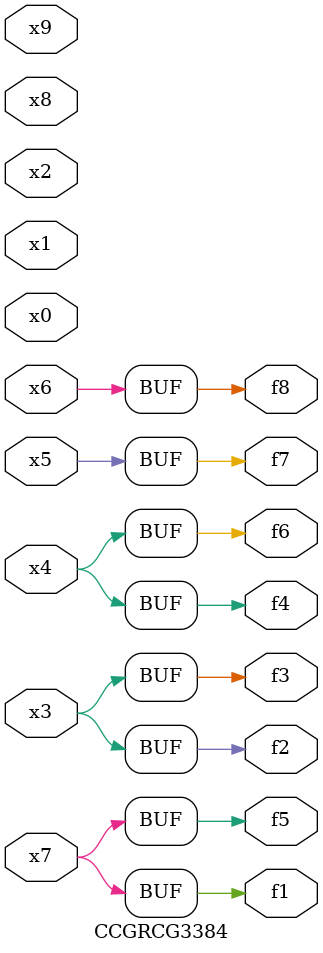
<source format=v>
module CCGRCG3384(
	input x0, x1, x2, x3, x4, x5, x6, x7, x8, x9,
	output f1, f2, f3, f4, f5, f6, f7, f8
);
	assign f1 = x7;
	assign f2 = x3;
	assign f3 = x3;
	assign f4 = x4;
	assign f5 = x7;
	assign f6 = x4;
	assign f7 = x5;
	assign f8 = x6;
endmodule

</source>
